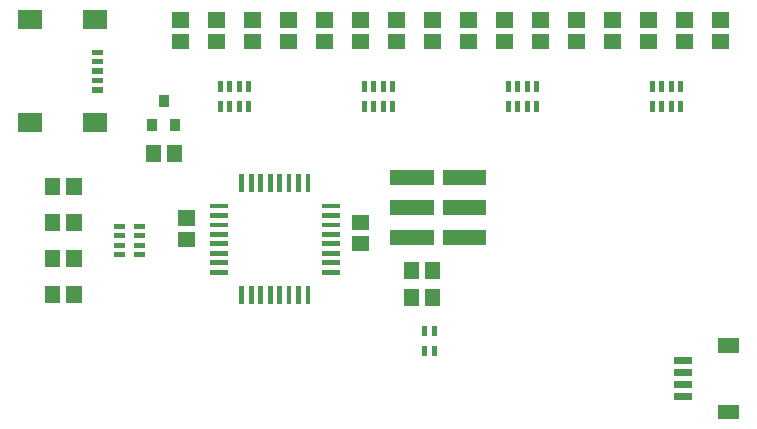
<source format=gbr>
G04 start of page 10 for group -4015 idx -4015 *
G04 Title: (unknown), toppaste *
G04 Creator: pcb 20140316 *
G04 CreationDate: Mon 17 Feb 2020 04:19:00 AM GMT UTC *
G04 For: railfan *
G04 Format: Gerber/RS-274X *
G04 PCB-Dimensions (mil): 2500.00 1600.00 *
G04 PCB-Coordinate-Origin: lower left *
%MOIN*%
%FSLAX25Y25*%
%LNTOPPASTE*%
%ADD85R,0.0472X0.0472*%
%ADD84R,0.0236X0.0236*%
%ADD83R,0.0630X0.0630*%
%ADD82R,0.0177X0.0177*%
%ADD81R,0.0157X0.0157*%
%ADD80R,0.0340X0.0340*%
%ADD79R,0.0512X0.0512*%
%ADD78R,0.0167X0.0167*%
%ADD77R,0.0500X0.0500*%
G54D77*X135016Y96500D02*X144504D01*
X135016Y86500D02*X144504D01*
X135016Y76500D02*X144504D01*
X152496D02*X161984D01*
X152496Y86500D02*X161984D01*
X152496Y96500D02*X161984D01*
G54D78*X147075Y46283D02*Y44413D01*
X143925Y46283D02*Y44413D01*
Y39587D02*Y37717D01*
X147075Y39587D02*Y37717D01*
G54D79*X60586Y104893D02*Y104107D01*
X53500Y104893D02*Y104107D01*
G54D80*X53000Y114300D02*Y113700D01*
X60800Y114300D02*Y113700D01*
X56900Y122500D02*Y121900D01*
G54D81*X110566Y64977D02*X114992D01*
X110566Y68126D02*X114992D01*
X110566Y71276D02*X114992D01*
X110566Y74425D02*X114992D01*
X110566Y77575D02*X114992D01*
X110566Y80725D02*X114992D01*
X110566Y83874D02*X114992D01*
X110566Y87024D02*X114992D01*
X105023Y96992D02*Y92566D01*
X101874Y96992D02*Y92566D01*
X98724Y96992D02*Y92566D01*
X95575Y96992D02*Y92566D01*
X92425Y96992D02*Y92566D01*
X89275Y96992D02*Y92566D01*
X86126Y96992D02*Y92566D01*
X82976Y96992D02*Y92566D01*
X73008Y87023D02*X77434D01*
X73008Y83874D02*X77434D01*
X73008Y80724D02*X77434D01*
X73008Y77575D02*X77434D01*
X73008Y74425D02*X77434D01*
X73008Y71275D02*X77434D01*
X73008Y68126D02*X77434D01*
X73008Y64976D02*X77434D01*
X82977Y59434D02*Y55008D01*
X86126Y59434D02*Y55008D01*
X89276Y59434D02*Y55008D01*
X92425Y59434D02*Y55008D01*
X95575Y59434D02*Y55008D01*
X98725Y59434D02*Y55008D01*
X101874Y59434D02*Y55008D01*
X105024Y59434D02*Y55008D01*
G54D82*X33768Y138299D02*X35933D01*
X33768Y135150D02*X35933D01*
X33768Y132000D02*X35933D01*
X33768Y128850D02*X35933D01*
X33768Y125701D02*X35933D01*
G54D83*X11524Y149126D02*X13098D01*
X11524Y114874D02*X13098D01*
X33177Y149126D02*X34752D01*
X33177Y114874D02*X34752D01*
G54D78*X47913Y70776D02*X49783D01*
X47913Y73925D02*X49783D01*
X47913Y77075D02*X49783D01*
X47913Y80224D02*X49783D01*
X41217D02*X43087D01*
X41217Y77075D02*X43087D01*
X41217Y73925D02*X43087D01*
X41217Y70776D02*X43087D01*
G54D79*X19957Y57893D02*Y57107D01*
X27043Y57893D02*Y57107D01*
X19957Y69893D02*Y69107D01*
X27043Y69893D02*Y69107D01*
X19957Y81893D02*Y81107D01*
X27043Y81893D02*Y81107D01*
X19957Y93893D02*Y93107D01*
X27043Y93893D02*Y93107D01*
X122107Y81543D02*X122893D01*
X122107Y74457D02*X122893D01*
X64107Y83043D02*X64893D01*
X64107Y75957D02*X64893D01*
G54D78*X75776Y121087D02*Y119217D01*
X78925Y121087D02*Y119217D01*
X82075Y121087D02*Y119217D01*
X85224Y121087D02*Y119217D01*
Y127783D02*Y125913D01*
X82075Y127783D02*Y125913D01*
X78925Y127783D02*Y125913D01*
X75776Y127783D02*Y125913D01*
G54D79*X62107Y149043D02*X62893D01*
X62107Y141957D02*X62893D01*
X74107Y149043D02*X74893D01*
X74107Y141957D02*X74893D01*
X86107Y149043D02*X86893D01*
X86107Y141957D02*X86893D01*
X98107Y149043D02*X98893D01*
X98107Y141957D02*X98893D01*
G54D78*X123776Y121087D02*Y119217D01*
X126925Y121087D02*Y119217D01*
X130075Y121087D02*Y119217D01*
X133224Y121087D02*Y119217D01*
Y127783D02*Y125913D01*
X130075Y127783D02*Y125913D01*
X126925Y127783D02*Y125913D01*
X123776Y127783D02*Y125913D01*
G54D79*X110107Y149043D02*X110893D01*
X110107Y141957D02*X110893D01*
X122107Y149043D02*X122893D01*
X122107Y141957D02*X122893D01*
X134107Y149043D02*X134893D01*
X134107Y141957D02*X134893D01*
X146107Y149043D02*X146893D01*
X146107Y141957D02*X146893D01*
G54D78*X171776Y121087D02*Y119217D01*
X174925Y121087D02*Y119217D01*
X178075Y121087D02*Y119217D01*
X181224Y121087D02*Y119217D01*
Y127783D02*Y125913D01*
X178075Y127783D02*Y125913D01*
X174925Y127783D02*Y125913D01*
X171776Y127783D02*Y125913D01*
G54D79*X158107Y149043D02*X158893D01*
X158107Y141957D02*X158893D01*
X170107Y149043D02*X170893D01*
X170107Y141957D02*X170893D01*
X182107Y149043D02*X182893D01*
X182107Y141957D02*X182893D01*
X194107Y149043D02*X194893D01*
X194107Y141957D02*X194893D01*
G54D78*X219776Y121087D02*Y119217D01*
X222925Y121087D02*Y119217D01*
X226075Y121087D02*Y119217D01*
X229224Y121087D02*Y119217D01*
Y127783D02*Y125913D01*
X226075Y127783D02*Y125913D01*
X222925Y127783D02*Y125913D01*
X219776Y127783D02*Y125913D01*
G54D79*X206107Y149043D02*X206893D01*
X206107Y141957D02*X206893D01*
X218107Y149043D02*X218893D01*
X218107Y141957D02*X218893D01*
X230107Y149043D02*X230893D01*
X230107Y141957D02*X230893D01*
X242107Y149043D02*X242893D01*
X242107Y141957D02*X242893D01*
G54D84*X228130Y23594D02*X231870D01*
X228130Y27531D02*X231870D01*
X228130Y31469D02*X231870D01*
X228130Y35406D02*X231870D01*
G54D85*X244075Y18476D02*X246437D01*
X244075Y40524D02*X246437D01*
G54D79*X139457Y65893D02*Y65107D01*
X146543Y65893D02*Y65107D01*
X139457Y56893D02*Y56107D01*
X146543Y56893D02*Y56107D01*
M02*

</source>
